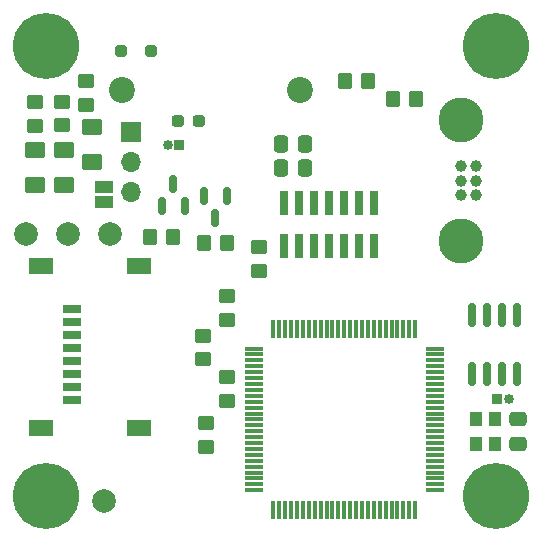
<source format=gbs>
%TF.GenerationSoftware,KiCad,Pcbnew,7.0.7*%
%TF.CreationDate,2024-04-13T00:05:32-04:00*%
%TF.ProjectId,processor,70726f63-6573-4736-9f72-2e6b69636164,rev?*%
%TF.SameCoordinates,Original*%
%TF.FileFunction,Soldermask,Bot*%
%TF.FilePolarity,Negative*%
%FSLAX46Y46*%
G04 Gerber Fmt 4.6, Leading zero omitted, Abs format (unit mm)*
G04 Created by KiCad (PCBNEW 7.0.7) date 2024-04-13 00:05:32*
%MOMM*%
%LPD*%
G01*
G04 APERTURE LIST*
G04 Aperture macros list*
%AMRoundRect*
0 Rectangle with rounded corners*
0 $1 Rounding radius*
0 $2 $3 $4 $5 $6 $7 $8 $9 X,Y pos of 4 corners*
0 Add a 4 corners polygon primitive as box body*
4,1,4,$2,$3,$4,$5,$6,$7,$8,$9,$2,$3,0*
0 Add four circle primitives for the rounded corners*
1,1,$1+$1,$2,$3*
1,1,$1+$1,$4,$5*
1,1,$1+$1,$6,$7*
1,1,$1+$1,$8,$9*
0 Add four rect primitives between the rounded corners*
20,1,$1+$1,$2,$3,$4,$5,0*
20,1,$1+$1,$4,$5,$6,$7,0*
20,1,$1+$1,$6,$7,$8,$9,0*
20,1,$1+$1,$8,$9,$2,$3,0*%
G04 Aperture macros list end*
%ADD10C,5.600000*%
%ADD11C,2.000000*%
%ADD12C,2.200000*%
%ADD13C,3.800000*%
%ADD14C,1.000000*%
%ADD15R,1.700000X1.700000*%
%ADD16O,1.700000X1.700000*%
%ADD17R,0.850000X0.850000*%
%ADD18O,0.850000X0.850000*%
%ADD19RoundRect,0.250000X0.350000X0.450000X-0.350000X0.450000X-0.350000X-0.450000X0.350000X-0.450000X0*%
%ADD20RoundRect,0.250000X-0.450000X0.350000X-0.450000X-0.350000X0.450000X-0.350000X0.450000X0.350000X0*%
%ADD21R,0.750000X2.100000*%
%ADD22RoundRect,0.250001X0.624999X-0.462499X0.624999X0.462499X-0.624999X0.462499X-0.624999X-0.462499X0*%
%ADD23RoundRect,0.250000X-0.350000X-0.450000X0.350000X-0.450000X0.350000X0.450000X-0.350000X0.450000X0*%
%ADD24RoundRect,0.250000X0.250000X0.250000X-0.250000X0.250000X-0.250000X-0.250000X0.250000X-0.250000X0*%
%ADD25R,1.500000X1.000000*%
%ADD26R,1.100000X1.300000*%
%ADD27RoundRect,0.237500X0.287500X0.237500X-0.287500X0.237500X-0.287500X-0.237500X0.287500X-0.237500X0*%
%ADD28RoundRect,0.250000X0.450000X-0.350000X0.450000X0.350000X-0.450000X0.350000X-0.450000X-0.350000X0*%
%ADD29RoundRect,0.250000X-0.337500X-0.475000X0.337500X-0.475000X0.337500X0.475000X-0.337500X0.475000X0*%
%ADD30RoundRect,0.150000X-0.150000X0.587500X-0.150000X-0.587500X0.150000X-0.587500X0.150000X0.587500X0*%
%ADD31RoundRect,0.150000X0.150000X-0.587500X0.150000X0.587500X-0.150000X0.587500X-0.150000X-0.587500X0*%
%ADD32R,1.500000X0.800000*%
%ADD33R,2.000000X1.450000*%
%ADD34RoundRect,0.150000X0.150000X-0.825000X0.150000X0.825000X-0.150000X0.825000X-0.150000X-0.825000X0*%
%ADD35RoundRect,0.075000X0.725000X0.075000X-0.725000X0.075000X-0.725000X-0.075000X0.725000X-0.075000X0*%
%ADD36RoundRect,0.075000X0.075000X0.725000X-0.075000X0.725000X-0.075000X-0.725000X0.075000X-0.725000X0*%
%ADD37RoundRect,0.250000X-0.475000X0.337500X-0.475000X-0.337500X0.475000X-0.337500X0.475000X0.337500X0*%
G04 APERTURE END LIST*
D10*
%TO.C,H3*%
X135000000Y-107300000D03*
%TD*%
D11*
%TO.C,TP3*%
X140462000Y-85090000D03*
%TD*%
%TO.C,TP4*%
X136906000Y-85090000D03*
%TD*%
D10*
%TO.C,H1*%
X135000000Y-69200000D03*
%TD*%
D12*
%TO.C,J3*%
X156478000Y-72898000D03*
X141478000Y-72898000D03*
%TD*%
D13*
%TO.C,J1*%
X170180000Y-85738000D03*
X170180000Y-75438000D03*
D14*
X170180000Y-79338000D03*
X170180000Y-80588000D03*
X170180000Y-81838000D03*
X171430000Y-79338000D03*
X171430000Y-80588000D03*
X171430000Y-81838000D03*
%TD*%
D15*
%TO.C,J8*%
X142240000Y-76454000D03*
D16*
X142240000Y-78994000D03*
X142240000Y-81534000D03*
%TD*%
D17*
%TO.C,J2*%
X173228000Y-99060000D03*
D18*
X174228000Y-99060000D03*
%TD*%
D10*
%TO.C,H4*%
X173100000Y-107300000D03*
%TD*%
D11*
%TO.C,TP7*%
X133350000Y-85090000D03*
%TD*%
%TO.C,TP5*%
X139954000Y-107696000D03*
%TD*%
D19*
%TO.C,R7*%
X166354000Y-73660000D03*
X164354000Y-73660000D03*
%TD*%
D20*
%TO.C,R5*%
X134112000Y-73946000D03*
X134112000Y-75946000D03*
%TD*%
D21*
%TO.C,J4*%
X162814000Y-82528000D03*
X162814000Y-86128000D03*
X161544000Y-82528000D03*
X161544000Y-86128000D03*
X160274000Y-82528000D03*
X160274000Y-86128000D03*
X159004000Y-82528000D03*
X159004000Y-86128000D03*
X157734000Y-82528000D03*
X157734000Y-86128000D03*
X156464000Y-82528000D03*
X156464000Y-86128000D03*
X155194000Y-82528000D03*
X155194000Y-86128000D03*
%TD*%
D22*
%TO.C,D4*%
X138938000Y-78994000D03*
X138938000Y-76019000D03*
%TD*%
D23*
%TO.C,R15*%
X143780000Y-85344000D03*
X145780000Y-85344000D03*
%TD*%
D24*
%TO.C,D6*%
X143871000Y-69596000D03*
X141371000Y-69596000D03*
%TD*%
D25*
%TO.C,JP3*%
X139954000Y-82438000D03*
X139954000Y-81138000D03*
%TD*%
D26*
%TO.C,X1*%
X173037000Y-100804000D03*
X173037000Y-102904000D03*
X171387000Y-102904000D03*
X171387000Y-100804000D03*
%TD*%
D20*
%TO.C,R6*%
X138430000Y-72152000D03*
X138430000Y-74152000D03*
%TD*%
D27*
%TO.C,D5*%
X147941000Y-75565000D03*
X146191000Y-75565000D03*
%TD*%
D28*
%TO.C,R10*%
X148316000Y-95734000D03*
X148316000Y-93734000D03*
%TD*%
D20*
%TO.C,R11*%
X153035000Y-86249000D03*
X153035000Y-88249000D03*
%TD*%
D23*
%TO.C,R8*%
X160290000Y-72136000D03*
X162290000Y-72136000D03*
%TD*%
D29*
%TO.C,C3*%
X154897000Y-79502000D03*
X156972000Y-79502000D03*
%TD*%
D30*
%TO.C,Q1*%
X148402000Y-81866500D03*
X150302000Y-81866500D03*
X149352000Y-83741500D03*
%TD*%
D20*
%TO.C,R13*%
X150348000Y-97258000D03*
X150348000Y-99258000D03*
%TD*%
D22*
%TO.C,D2*%
X136487488Y-80961288D03*
X136487488Y-77986288D03*
%TD*%
%TO.C,D3*%
X134034000Y-80989500D03*
X134034000Y-78014500D03*
%TD*%
D31*
%TO.C,Q3*%
X146746000Y-82725500D03*
X144846000Y-82725500D03*
X145796000Y-80850500D03*
%TD*%
D32*
%TO.C,J6*%
X137200000Y-91496000D03*
X137200000Y-92596000D03*
X137200000Y-93706000D03*
X137200000Y-94796000D03*
X137210000Y-95896000D03*
X137200000Y-96996000D03*
X137200000Y-98096000D03*
X137200000Y-99196000D03*
D33*
X134600000Y-101576000D03*
X142900000Y-101576000D03*
X134600000Y-87826000D03*
X142900000Y-87826000D03*
%TD*%
D20*
%TO.C,R4*%
X136398000Y-73914000D03*
X136398000Y-75914000D03*
%TD*%
D17*
%TO.C,J5*%
X146304000Y-77597000D03*
D18*
X145304000Y-77597000D03*
%TD*%
D20*
%TO.C,R12*%
X148590000Y-101124000D03*
X148590000Y-103124000D03*
%TD*%
D34*
%TO.C,U2*%
X174879000Y-96963000D03*
X173609000Y-96963000D03*
X172339000Y-96963000D03*
X171069000Y-96963000D03*
X171069000Y-92013000D03*
X172339000Y-92013000D03*
X173609000Y-92013000D03*
X174879000Y-92013000D03*
%TD*%
D10*
%TO.C,H2*%
X173100000Y-69200000D03*
%TD*%
D35*
%TO.C,U4*%
X167929000Y-94814000D03*
X167929000Y-95314000D03*
X167929000Y-95814000D03*
X167929000Y-96314000D03*
X167929000Y-96814000D03*
X167929000Y-97314000D03*
X167929000Y-97814000D03*
X167929000Y-98314000D03*
X167929000Y-98814000D03*
X167929000Y-99314000D03*
X167929000Y-99814000D03*
X167929000Y-100314000D03*
X167929000Y-100814000D03*
X167929000Y-101314000D03*
X167929000Y-101814000D03*
X167929000Y-102314000D03*
X167929000Y-102814000D03*
X167929000Y-103314000D03*
X167929000Y-103814000D03*
X167929000Y-104314000D03*
X167929000Y-104814000D03*
X167929000Y-105314000D03*
X167929000Y-105814000D03*
X167929000Y-106314000D03*
X167929000Y-106814000D03*
D36*
X166254000Y-108489000D03*
X165754000Y-108489000D03*
X165254000Y-108489000D03*
X164754000Y-108489000D03*
X164254000Y-108489000D03*
X163754000Y-108489000D03*
X163254000Y-108489000D03*
X162754000Y-108489000D03*
X162254000Y-108489000D03*
X161754000Y-108489000D03*
X161254000Y-108489000D03*
X160754000Y-108489000D03*
X160254000Y-108489000D03*
X159754000Y-108489000D03*
X159254000Y-108489000D03*
X158754000Y-108489000D03*
X158254000Y-108489000D03*
X157754000Y-108489000D03*
X157254000Y-108489000D03*
X156754000Y-108489000D03*
X156254000Y-108489000D03*
X155754000Y-108489000D03*
X155254000Y-108489000D03*
X154754000Y-108489000D03*
X154254000Y-108489000D03*
D35*
X152579000Y-106814000D03*
X152579000Y-106314000D03*
X152579000Y-105814000D03*
X152579000Y-105314000D03*
X152579000Y-104814000D03*
X152579000Y-104314000D03*
X152579000Y-103814000D03*
X152579000Y-103314000D03*
X152579000Y-102814000D03*
X152579000Y-102314000D03*
X152579000Y-101814000D03*
X152579000Y-101314000D03*
X152579000Y-100814000D03*
X152579000Y-100314000D03*
X152579000Y-99814000D03*
X152579000Y-99314000D03*
X152579000Y-98814000D03*
X152579000Y-98314000D03*
X152579000Y-97814000D03*
X152579000Y-97314000D03*
X152579000Y-96814000D03*
X152579000Y-96314000D03*
X152579000Y-95814000D03*
X152579000Y-95314000D03*
X152579000Y-94814000D03*
D36*
X154254000Y-93139000D03*
X154754000Y-93139000D03*
X155254000Y-93139000D03*
X155754000Y-93139000D03*
X156254000Y-93139000D03*
X156754000Y-93139000D03*
X157254000Y-93139000D03*
X157754000Y-93139000D03*
X158254000Y-93139000D03*
X158754000Y-93139000D03*
X159254000Y-93139000D03*
X159754000Y-93139000D03*
X160254000Y-93139000D03*
X160754000Y-93139000D03*
X161254000Y-93139000D03*
X161754000Y-93139000D03*
X162254000Y-93139000D03*
X162754000Y-93139000D03*
X163254000Y-93139000D03*
X163754000Y-93139000D03*
X164254000Y-93139000D03*
X164754000Y-93139000D03*
X165254000Y-93139000D03*
X165754000Y-93139000D03*
X166254000Y-93139000D03*
%TD*%
D37*
%TO.C,C21*%
X175006000Y-100816500D03*
X175006000Y-102891500D03*
%TD*%
D28*
%TO.C,R9*%
X150348000Y-92400000D03*
X150348000Y-90400000D03*
%TD*%
D29*
%TO.C,C5*%
X154875500Y-77470000D03*
X156950500Y-77470000D03*
%TD*%
D23*
%TO.C,R14*%
X148368000Y-85852000D03*
X150368000Y-85852000D03*
%TD*%
M02*

</source>
